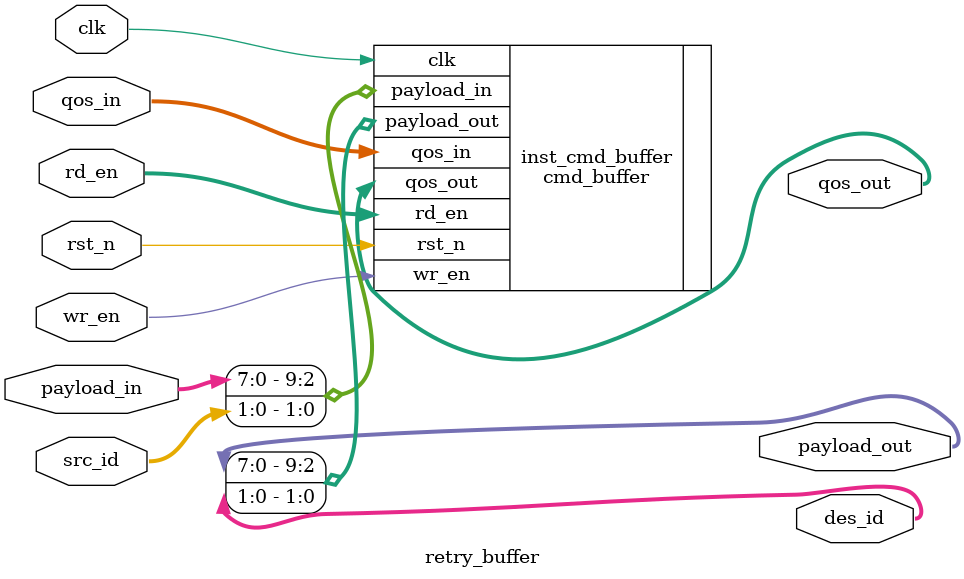
<source format=v>
module retry_buffer #(
    parameter   TIME_OUT_ns   = 10, 
    parameter   ENTYR_NUM     = 32, 
    parameter   QOS_CLASS_NUM = 4, 
    parameter   SRC_NODE_W    = 2, 
    parameter   PAYLD_BW      = 8
    // parameter   TRANS_NUM_W = 5; 
) (
    input               clk, 
    input               rst_n, 

    input                                  wr_en,
    input [$clog2(QOS_CLASS_NUM)     -1:0] qos_in, 
    input [SRC_NODE_W                -1:0] src_id, 
    input [PAYLD_BW                  -1:0] payload_in, 

    input  [QOS_CLASS_NUM            -1:0] rd_en,
    output [$clog2(QOS_CLASS_NUM)    -1:0] qos_out, 
    output [PAYLD_BW                 -1:0] payload_out, 
    output [SRC_NODE_W               -1:0] des_id


);


cmd_buffer #(
    .TIME_OUT_ns            (   TIME_OUT_ns             ),
    .ENTYR_NUM              (   ENTYR_NUM               ),
    .QOS_CLASS_NUM          (   QOS_CLASS_NUM           ), 
    .PAYLD_BW               (   PAYLD_BW + SRC_NODE_W   )
) inst_cmd_buffer(
    .clk                    (   clk                     ), 
    .rst_n                  (   rst_n                   ), 

    .wr_en                  (   wr_en                   ),
    .qos_in                 (   qos_in                  ), 
    .payload_in             (   {payload_in, src_id}    ), 

    .rd_en                  (   rd_en                   ),
    .payload_out            (   {payload_out, des_id}   ), 
    .qos_out                (   qos_out                 )

);




    
endmodule
</source>
